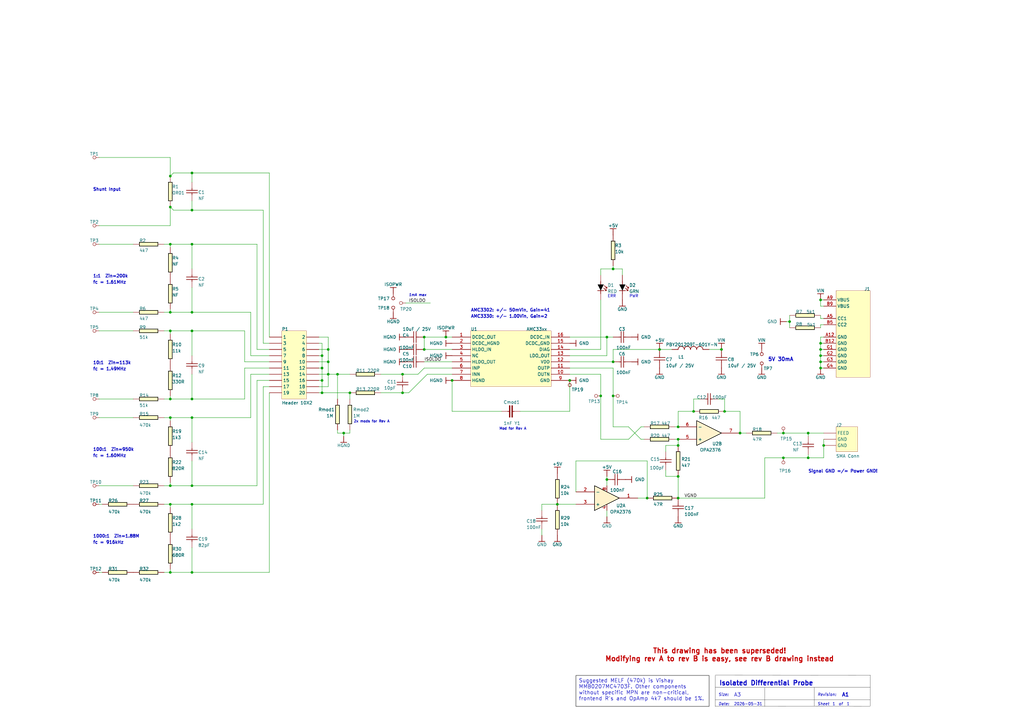
<source format=kicad_sch>
(kicad_sch (version 20250114) (generator "eeschema") (generator_version "9.0")
  (paper "A3")
  (title_block (title "Isolated Differential Probe") (rev "A"))
  (text "${##}" (at 347.218 289.56 0) (effects (font (size 1.143 1.143)) (justify left bottom)))
  (text "Date:" (at 294.64 289.56 0) (effects (font (size 1.143 1.143) (italic yes)) (justify left bottom)))
  (text "AMC3330: +/- 1.00Vin, Gain=2" (at 193.04 130.6322 0) (effects (font (size 1.27 1.27) (bold yes)) (justify left bottom)))
  (text "fc = 1.61MHz" (at 38.1 116.6622 0) (effects (font (size 1.27 1.27) (bold yes)) (justify left bottom)))
  (text "${CURRENT_DATE}" (at 300.99 289.56 0) (effects (font (size 1.143 1.143)) (justify left bottom)))
  (text "Sheet" (at 335.28 289.56 0) (effects (font (size 1.143 1.143) (italic yes)) (justify left bottom)))
  (text "5V 30mA" (at 314.96 148.4122 0) (effects (font (size 1.524 1.524) (bold yes)) (justify left bottom)))
  (text "A1" (at 345.186 286.004 0) (effects (font (size 1.524 1.524) (bold yes)) (justify left bottom)))
  (text "Size:" (at 294.64 285.75 0) (effects (font (size 1.143 1.143) (italic yes)) (justify left bottom)))
  (text "1000:1  Zin=1.88M" (at 38.1 220.8022 0) (effects (font (size 1.27 1.27) (bold yes)) (justify left bottom)))
  (text "fc = 1.49MHz" (at 38.1 152.2222 0) (effects (font (size 1.27 1.27) (bold yes)) (justify left bottom)))
  (text "A3" (at 300.99 286.004 0) (effects (font (size 1.524 1.524)) (justify left bottom)))
  (text "100:1  Zin=950k" (at 38.1 185.2422 0) (effects (font (size 1.27 1.27) (bold yes)) (justify left bottom)))
  (text "fc = 916kHz" (at 38.1 223.3422 0) (effects (font (size 1.27 1.27) (bold yes)) (justify left bottom)))
  (text "Mod for Rev A" (at 204.724 176.53 0) (effects (font (size 1.016 1.016) (bold yes)) (justify left bottom)))
  (text "fc = 1.60MHz" (at 38.1 187.7822 0) (effects (font (size 1.27 1.27) (bold yes)) (justify left bottom)))
  (text "This drawing has been superseded!\nModifying rev A to rev B is easy, see rev B drawing instead" (at 295.148 268.732 0) (effects (font (size 2.032 2.032) (thickness 0.4064) (bold yes))))
  (text "2x mods for Rev A" (at 145.034 173.5582 0) (effects (font (size 1.016 1.016) (bold yes)) (justify left bottom)))
  (text "10:1  Zin=113k" (at 38.1 149.6822 0) (effects (font (size 1.27 1.27) (bold yes)) (justify left bottom)))
  (text "Shunt Input" (at 38.1 78.5622 0) (effects (font (size 1.27 1.27) (bold yes)) (justify left bottom)))
  (text "Revision:" (at 335.28 285.75 0) (effects (font (size 1.143 1.143) (italic yes)) (justify left bottom)))
  (text "${#}" (at 341.376 289.56 0) (effects (font (size 1.143 1.143)) (justify left bottom)))
  (text "Signal GND =/= Power GND!" (at 331.47 194.1322 0) (effects (font (size 1.27 1.27) (bold yes)) (justify left bottom)))
  (text "PWR" (at 258.064 122.2502 0) (effects (font (size 1.143 1.143)) (justify left bottom)))
  (text "AMC3302: +/- 50mVin, Gain=41" (at 193.04 128.0922 0) (effects (font (size 1.27 1.27) (bold yes)) (justify left bottom)))
  (text "1:1  Zin=200k" (at 38.1 114.1222 0) (effects (font (size 1.27 1.27) (bold yes)) (justify left bottom)))
  (text "of" (at 343.916 289.56 0) (effects (font (size 1.143 1.143) (italic yes)) (justify left bottom)))
  (text "ERR" (at 249.174 122.2502 0) (effects (font (size 1.143 1.143)) (justify left bottom)))
  (text "${TITLE}" (at 294.894 281.432 0) (effects (font (size 1.905 1.905) (bold yes)) (justify left bottom)))
  (text "1mA max" (at 167.64 121.7422 0) (effects (font (size 1.016 1.016) (bold yes) (italic yes)) (justify left bottom)))
  (text_box "Suggested MELF (470k) is Vishay MMB0207MC4703F. Other components without specific MPN are non-critical, frontend R's and OpAmp 4k7 should be 1%." (at 236.22 277.0378 0) (size 54.61 12.7) (margins 1.143 1.143 1.143 1.143) (stroke (width 0) (color 0 0 0 1)) (effects (font (size 1.524 1.524)) (justify left top)))
  (junction (at 78.74 206.8322))
  (junction (at 78.74 163.6522))
  (junction (at 321.31 177.6222))
  (junction (at 69.85 163.6522))
  (junction (at 284.48 168.7322))
  (junction (at 69.85 135.7122))
  (junction (at 140.97 177.6222))
  (junction (at 182.88 138.2522))
  (junction (at 278.13 180.1622))
  (junction (at 246.38 162.3822))
  (junction (at 78.74 70.9422))
  (junction (at 69.85 100.1522))
  (junction (at 251.46 148.4122))
  (junction (at 78.74 171.2722))
  (junction (at 278.13 204.2922))
  (junction (at 132.08 145.8722))
  (junction (at 303.53 177.6222))
  (junction (at 336.55 143.3322))
  (junction (at 233.68 156.0322))
  (junction (at 173.99 138.2522))
  (junction (at 331.47 177.6222))
  (junction (at 228.6 206.8322))
  (junction (at 69.85 171.2722))
  (junction (at 331.47 187.7822))
  (junction (at 69.85 199.2122))
  (junction (at 185.42 156.0322))
  (junction (at 165.1 153.4922))
  (junction (at 323.85 131.9022))
  (junction (at 336.55 150.9522))
  (junction (at 78.74 128.0922))
  (junction (at 78.74 234.7722))
  (junction (at 278.13 195.4022))
  (junction (at 132.08 156.0322))
  (junction (at 336.55 148.4122))
  (junction (at 173.99 143.3322))
  (junction (at 134.62 143.3322))
  (junction (at 69.85 84.9122))
  (junction (at 336.55 145.8722))
  (junction (at 278.13 182.7022))
  (junction (at 78.74 135.7122))
  (junction (at 134.62 148.4122))
  (junction (at 78.74 86.1822))
  (junction (at 165.1 161.1122))
  (junction (at 143.51 161.1122))
  (junction (at 251.46 162.3822))
  (junction (at 295.91 143.3322))
  (junction (at 69.85 72.2122))
  (junction (at 78.74 199.2122))
  (junction (at 337.82 182.7022))
  (junction (at 336.55 123.0122))
  (junction (at 69.85 206.8322))
  (junction (at 248.92 196.6722))
  (junction (at 132.08 161.1122))
  (junction (at 265.43 204.2922))
  (junction (at 336.55 140.7922))
  (junction (at 69.85 234.7722))
  (junction (at 132.08 150.9522))
  (junction (at 69.85 128.0922))
  (junction (at 134.62 153.4922))
  (junction (at 78.74 100.1522))
  (junction (at 321.31 187.7822))
  (junction (at 297.18 168.7322))
  (junction (at 248.92 138.2522))
  (junction (at 251.46 110.3122))
  (junction (at 138.43 153.4922))
  (junction (at 278.13 175.0822))
  (junction (at 270.51 143.3322))
  (wire (pts (xy 78.74 74.7522) (xy 78.74 70.9422)))
  (wire (pts (xy 132.08 161.1122) (xy 130.81 161.1122)))
  (wire (pts (xy 303.53 168.7322) (xy 303.53 177.6222)))
  (wire (pts (xy 102.87 128.0922) (xy 102.87 145.8722)))
  (wire (pts (xy 105.41 143.3322) (xy 105.41 100.1522)))
  (wire (pts (xy 69.85 199.2122) (xy 69.85 197.9422)))
  (polyline (pts (xy 293.37 277.0378) (xy 293.37 289.7378)) (stroke (width 0.0254) (type solid) (color 0 0 0 1)))
  (wire (pts (xy 78.74 82.3722) (xy 78.74 86.1822)))
  (wire (pts (xy 54.61 163.6522) (xy 40.64 163.6522)))
  (wire (pts (xy 40.64 100.1522) (xy 54.61 100.1522)))
  (wire (pts (xy 337.82 138.2522) (xy 336.55 138.2522)))
  (wire (pts (xy 134.62 153.4922) (xy 130.81 153.4922)))
  (wire (pts (xy 246.38 180.1622) (xy 246.38 162.3822)))
  (wire (pts (xy 165.1 161.1122) (xy 156.21 161.1122)))
  (wire (pts (xy 337.82 123.0122) (xy 336.55 123.0122)))
  (wire (pts (xy 262.89 180.1622) (xy 257.81 175.0822)))
  (wire (pts (xy 134.62 153.4922) (xy 134.62 158.5722)))
  (wire (pts (xy 175.26 153.4922) (xy 167.64 161.1122)))
  (wire (pts (xy 138.43 176.3522) (xy 138.43 177.6222)))
  (wire (pts (xy 69.85 101.4222) (xy 69.85 100.1522)))
  (wire (pts (xy 336.55 130.6322) (xy 336.55 129.3622)))
  (wire (pts (xy 246.38 123.0122) (xy 246.38 143.3322)))
  (wire (pts (xy 185.42 150.9522) (xy 173.99 150.9522)))
  (wire (pts (xy 69.85 171.2722) (xy 78.74 171.2722)))
  (wire (pts (xy 105.41 100.1522) (xy 78.74 100.1522)))
  (wire (pts (xy 40.64 199.2122) (xy 54.61 199.2122)))
  (wire (pts (xy 323.85 129.3622) (xy 323.85 131.9022)))
  (wire (pts (xy 130.81 138.2522) (xy 134.62 138.2522)))
  (wire (pts (xy 248.92 138.2522) (xy 251.46 138.2522)))
  (wire (pts (xy 40.64 64.5922) (xy 69.85 64.5922)))
  (wire (pts (xy 297.18 163.6522) (xy 297.18 168.7322)))
  (wire (pts (xy 205.74 168.7322) (xy 185.42 168.7322)))
  (wire (pts (xy 337.82 148.4122) (xy 336.55 148.4122)))
  (wire (pts (xy 140.97 178.8922) (xy 140.97 177.6222)))
  (wire (pts (xy 222.25 206.8322) (xy 228.6 206.8322)))
  (wire (pts (xy 248.92 211.9122) (xy 248.92 209.3722)))
  (wire (pts (xy 236.22 189.0522) (xy 265.43 189.0522)))
  (wire (pts (xy 251.46 110.3122) (xy 246.38 110.3122)))
  (wire (pts (xy 40.64 135.7122) (xy 54.61 135.7122)))
  (wire (pts (xy 331.47 187.7822) (xy 321.31 187.7822)))
  (wire (pts (xy 110.49 140.7922) (xy 107.95 140.7922)))
  (wire (pts (xy 78.74 153.4922) (xy 78.74 163.6522)))
  (wire (pts (xy 130.81 140.7922) (xy 132.08 140.7922)))
  (wire (pts (xy 185.42 168.7322) (xy 185.42 156.0322)))
  (wire (pts (xy 222.25 219.5322) (xy 222.25 216.9922)))
  (wire (pts (xy 336.55 143.3322) (xy 337.82 143.3322)))
  (wire (pts (xy 323.85 131.9022) (xy 323.85 134.4422)))
  (wire (pts (xy 138.43 153.4922) (xy 134.62 153.4922)))
  (wire (pts (xy 278.13 204.2922) (xy 278.13 195.4022)))
  (wire (pts (xy 69.85 234.7722) (xy 67.31 234.7722)))
  (wire (pts (xy 273.05 185.2422) (xy 273.05 182.7022)))
  (wire (pts (xy 105.41 156.0322) (xy 105.41 199.2122)))
  (wire (pts (xy 337.82 182.7022) (xy 337.82 187.7822)))
  (wire (pts (xy 132.08 156.0322) (xy 132.08 161.1122)))
  (wire (pts (xy 67.31 171.2722) (xy 69.85 171.2722)))
  (wire (pts (xy 134.62 148.4122) (xy 130.81 148.4122)))
  (wire (pts (xy 78.74 70.9422) (xy 71.12 70.9422)))
  (wire (pts (xy 265.43 204.2922) (xy 261.62 204.2922)))
  (wire (pts (xy 262.89 175.0822) (xy 257.81 180.1622)))
  (wire (pts (xy 78.74 189.0522) (xy 78.74 199.2122)))
  (polyline (pts (xy 356.87 276.86) (xy 356.87 289.56)) (stroke (width 0.0254) (type solid) (color 0 0 0 1)))
  (wire (pts (xy 257.81 180.1622) (xy 246.38 180.1622)))
  (wire (pts (xy 182.88 138.2522) (xy 173.99 138.2522)))
  (wire (pts (xy 132.08 145.8722) (xy 132.08 150.9522)))
  (wire (pts (xy 337.82 180.1622) (xy 337.82 182.7022)))
  (wire (pts (xy 132.08 150.9522) (xy 130.81 150.9522)))
  (wire (pts (xy 67.31 135.7122) (xy 69.85 135.7122)))
  (wire (pts (xy 255.27 110.3122) (xy 251.46 110.3122)))
  (wire (pts (xy 69.85 135.7122) (xy 78.74 135.7122)))
  (wire (pts (xy 171.45 153.4922) (xy 165.1 153.4922)))
  (wire (pts (xy 264.16 180.1622) (xy 262.89 180.1622)))
  (wire (pts (xy 100.33 148.4122) (xy 100.33 135.7122)))
  (wire (pts (xy 337.82 187.7822) (xy 331.47 187.7822)))
  (wire (pts (xy 100.33 150.9522) (xy 110.49 150.9522)))
  (wire (pts (xy 69.85 199.2122) (xy 67.31 199.2122)))
  (wire (pts (xy 110.49 148.4122) (xy 100.33 148.4122)))
  (wire (pts (xy 69.85 128.0922) (xy 69.85 126.8222)))
  (wire (pts (xy 78.74 171.2722) (xy 78.74 181.4322)))
  (wire (pts (xy 273.05 192.8622) (xy 273.05 195.4022)))
  (wire (pts (xy 251.46 162.3822) (xy 251.46 150.9522)))
  (wire (pts (xy 69.85 92.5322) (xy 69.85 84.9122)))
  (wire (pts (xy 69.85 234.7722) (xy 69.85 233.5022)))
  (wire (pts (xy 102.87 171.2722) (xy 78.74 171.2722)))
  (wire (pts (xy 236.22 206.8322) (xy 228.6 206.8322)))
  (wire (pts (xy 40.64 171.2722) (xy 54.61 171.2722)))
  (wire (pts (xy 107.95 86.1822) (xy 78.74 86.1822)))
  (wire (pts (xy 132.08 140.7922) (xy 132.08 145.8722)))
  (wire (pts (xy 321.31 187.7822) (xy 313.69 187.7822)))
  (wire (pts (xy 78.74 206.8322) (xy 78.74 216.9922)))
  (wire (pts (xy 102.87 153.4922) (xy 102.87 171.2722)))
  (wire (pts (xy 69.85 64.5922) (xy 69.85 72.2122)))
  (wire (pts (xy 246.38 110.3122) (xy 246.38 112.8522)))
  (wire (pts (xy 278.13 180.1622) (xy 278.13 182.7022)))
  (wire (pts (xy 337.82 125.5522) (xy 336.55 125.5522)))
  (wire (pts (xy 40.64 234.7722) (xy 41.91 234.7722)))
  (polyline (pts (xy 293.37 281.94) (xy 356.87 281.94)) (stroke (width 0.0254) (type solid) (color 0 0 0 1)))
  (polyline (pts (xy 313.69 282.1178) (xy 313.69 289.7378)) (stroke (width 0.0254) (type solid) (color 0 0 0 1)))
  (wire (pts (xy 337.82 130.6322) (xy 336.55 130.6322)))
  (wire (pts (xy 110.49 153.4922) (xy 102.87 153.4922)))
  (wire (pts (xy 110.49 138.2522) (xy 110.49 70.9422)))
  (wire (pts (xy 143.51 153.4922) (xy 138.43 153.4922)))
  (wire (pts (xy 134.62 138.2522) (xy 134.62 143.3322)))
  (wire (pts (xy 248.92 199.2122) (xy 248.92 196.6722)))
  (wire (pts (xy 132.08 150.9522) (xy 132.08 156.0322)))
  (wire (pts (xy 233.68 168.7322) (xy 233.68 156.0322)))
  (wire (pts (xy 140.97 177.6222) (xy 143.51 177.6222)))
  (wire (pts (xy 331.47 186.5122) (xy 331.47 187.7822)))
  (wire (pts (xy 290.83 143.3322) (xy 295.91 143.3322)))
  (wire (pts (xy 132.08 156.0322) (xy 130.81 156.0322)))
  (wire (pts (xy 336.55 125.5522) (xy 336.55 123.0122)))
  (wire (pts (xy 251.46 143.3322) (xy 251.46 148.4122)))
  (wire (pts (xy 222.25 209.3722) (xy 222.25 206.8322)))
  (wire (pts (xy 138.43 163.6522) (xy 138.43 153.4922)))
  (wire (pts (xy 336.55 140.7922) (xy 336.55 143.3322)))
  (wire (pts (xy 337.82 140.7922) (xy 336.55 140.7922)))
  (wire (pts (xy 297.18 168.7322) (xy 303.53 168.7322)))
  (wire (pts (xy 251.46 175.0822) (xy 251.46 162.3822)))
  (wire (pts (xy 78.74 163.6522) (xy 100.33 163.6522)))
  (wire (pts (xy 132.08 145.8722) (xy 130.81 145.8722)))
  (wire (pts (xy 71.12 86.1822) (xy 69.85 84.9122)))
  (wire (pts (xy 40.64 92.5322) (xy 69.85 92.5322)))
  (wire (pts (xy 185.42 148.4122) (xy 173.99 148.4122)))
  (wire (pts (xy 69.85 100.1522) (xy 78.74 100.1522)))
  (wire (pts (xy 251.46 110.3122) (xy 251.46 109.0422)))
  (wire (pts (xy 78.74 199.2122) (xy 69.85 199.2122)))
  (wire (pts (xy 100.33 163.6522) (xy 100.33 150.9522)))
  (wire (pts (xy 270.51 143.3322) (xy 251.46 143.3322)))
  (wire (pts (xy 336.55 133.1722) (xy 336.55 134.4422)))
  (wire (pts (xy 105.41 199.2122) (xy 78.74 199.2122)))
  (wire (pts (xy 69.85 163.6522) (xy 69.85 162.3822)))
  (wire (pts (xy 134.62 143.3322) (xy 134.62 148.4122)))
  (wire (pts (xy 213.36 168.7322) (xy 233.68 168.7322)))
  (wire (pts (xy 331.47 178.8922) (xy 331.47 177.6222)))
  (wire (pts (xy 284.48 163.6522) (xy 284.48 168.7322)))
  (wire (pts (xy 78.74 224.6122) (xy 78.74 234.7722)))
  (wire (pts (xy 110.49 234.7722) (xy 110.49 161.1122)))
  (wire (pts (xy 69.85 163.6522) (xy 67.31 163.6522)))
  (wire (pts (xy 248.92 138.2522) (xy 248.92 145.8722)))
  (wire (pts (xy 336.55 145.8722) (xy 336.55 148.4122)))
  (wire (pts (xy 143.51 177.6222) (xy 143.51 176.3522)))
  (wire (pts (xy 54.61 128.0922) (xy 40.64 128.0922)))
  (wire (pts (xy 78.74 234.7722) (xy 110.49 234.7722)))
  (wire (pts (xy 107.95 206.8322) (xy 78.74 206.8322)))
  (wire (pts (xy 318.77 177.6222) (xy 321.31 177.6222)))
  (polyline (pts (xy 356.9453 276.916) (xy 293.37 276.86)) (stroke (width 0.0254) (type solid) (color 0 0 0 1)))
  (wire (pts (xy 313.69 204.2922) (xy 278.13 204.2922)))
  (wire (pts (xy 336.55 148.4122) (xy 336.55 150.9522)))
  (wire (pts (xy 173.99 143.3322) (xy 185.42 143.3322)))
  (wire (pts (xy 78.74 163.6522) (xy 69.85 163.6522)))
  (wire (pts (xy 313.69 187.7822) (xy 313.69 204.2922)))
  (wire (pts (xy 173.99 143.3322) (xy 173.99 138.2522)))
  (polyline (pts (xy 334.01 281.94) (xy 334.01 289.56)) (stroke (width 0.0254) (type solid) (color 0 0 0 1)))
  (wire (pts (xy 78.74 128.0922) (xy 102.87 128.0922)))
  (wire (pts (xy 67.31 206.8322) (xy 69.85 206.8322)))
  (wire (pts (xy 110.49 156.0322) (xy 105.41 156.0322)))
  (wire (pts (xy 134.62 143.3322) (xy 130.81 143.3322)))
  (wire (pts (xy 110.49 143.3322) (xy 105.41 143.3322)))
  (wire (pts (xy 336.55 138.2522) (xy 336.55 140.7922)))
  (wire (pts (xy 69.85 206.8322) (xy 78.74 206.8322)))
  (wire (pts (xy 67.31 100.1522) (xy 69.85 100.1522)))
  (wire (pts (xy 276.86 175.0822) (xy 278.13 175.0822)))
  (wire (pts (xy 275.59 143.3322) (xy 270.51 143.3322)))
  (wire (pts (xy 185.42 153.4922) (xy 175.26 153.4922)))
  (wire (pts (xy 107.95 140.7922) (xy 107.95 86.1822)))
  (wire (pts (xy 102.87 145.8722) (xy 110.49 145.8722)))
  (wire (pts (xy 110.49 158.5722) (xy 107.95 158.5722)))
  (wire (pts (xy 336.55 143.3322) (xy 336.55 145.8722)))
  (wire (pts (xy 303.53 177.6222) (xy 306.07 177.6222)))
  (wire (pts (xy 276.86 180.1622) (xy 278.13 180.1622)))
  (wire (pts (xy 78.74 100.1522) (xy 78.74 110.3122)))
  (wire (pts (xy 165.1 153.4922) (xy 156.21 153.4922)))
  (wire (pts (xy 143.51 161.1122) (xy 132.08 161.1122)))
  (wire (pts (xy 248.92 196.6722) (xy 248.92 195.4022)))
  (wire (pts (xy 69.85 136.9822) (xy 69.85 135.7122)))
  (wire (pts (xy 78.74 234.7722) (xy 69.85 234.7722)))
  (wire (pts (xy 41.91 206.8322) (xy 40.64 206.8322)))
  (wire (pts (xy 265.43 189.0522) (xy 265.43 204.2922)))
  (wire (pts (xy 78.74 117.9322) (xy 78.74 128.0922)))
  (wire (pts (xy 185.42 138.2522) (xy 182.88 138.2522)))
  (wire (pts (xy 337.82 150.9522) (xy 336.55 150.9522)))
  (wire (pts (xy 248.92 145.8722) (xy 233.68 145.8722)))
  (wire (pts (xy 78.74 135.7122) (xy 78.74 145.8722)))
  (wire (pts (xy 246.38 153.4922) (xy 233.68 153.4922)))
  (wire (pts (xy 69.85 172.5422) (xy 69.85 171.2722)))
  (wire (pts (xy 251.46 148.4122) (xy 233.68 148.4122)))
  (wire (pts (xy 273.05 195.4022) (xy 278.13 195.4022)))
  (wire (pts (xy 69.85 208.1022) (xy 69.85 206.8322)))
  (wire (pts (xy 323.85 131.9022) (xy 322.58 131.9022)))
  (wire (pts (xy 246.38 143.3322) (xy 233.68 143.3322)))
  (wire (pts (xy 246.38 162.3822) (xy 246.38 153.4922)))
  (wire (pts (xy 257.81 175.0822) (xy 251.46 175.0822)))
  (wire (pts (xy 78.74 128.0922) (xy 69.85 128.0922)))
  (wire (pts (xy 134.62 148.4122) (xy 134.62 153.4922)))
  (wire (pts (xy 278.13 175.0822) (xy 278.13 168.7322)))
  (wire (pts (xy 337.82 133.1722) (xy 336.55 133.1722)))
  (wire (pts (xy 264.16 175.0822) (xy 262.89 175.0822)))
  (wire (pts (xy 78.74 86.1822) (xy 71.12 86.1822)))
  (wire (pts (xy 134.62 158.5722) (xy 130.81 158.5722)))
  (wire (pts (xy 331.47 177.6222) (xy 337.82 177.6222)))
  (wire (pts (xy 273.05 182.7022) (xy 278.13 182.7022)))
  (wire (pts (xy 71.12 70.9422) (xy 69.85 72.2122)))
  (wire (pts (xy 248.92 138.2522) (xy 233.68 138.2522)))
  (wire (pts (xy 321.31 177.6222) (xy 331.47 177.6222)))
  (wire (pts (xy 138.43 177.6222) (xy 140.97 177.6222)))
  (wire (pts (xy 173.99 150.9522) (xy 171.45 153.4922)))
  (wire (pts (xy 287.02 163.6522) (xy 284.48 163.6522)))
  (wire (pts (xy 337.82 145.8722) (xy 336.55 145.8722)))
  (polyline (pts (xy 293.37 287.02) (xy 356.87 287.02)) (stroke (width 0.0254) (type solid) (color 0 0 0 1)))
  (wire (pts (xy 251.46 150.9522) (xy 233.68 150.9522)))
  (wire (pts (xy 69.85 128.0922) (xy 67.31 128.0922)))
  (wire (pts (xy 110.49 70.9422) (xy 78.74 70.9422)))
  (wire (pts (xy 143.51 163.6522) (xy 143.51 161.1122)))
  (wire (pts (xy 107.95 158.5722) (xy 107.95 206.8322)))
  (wire (pts (xy 166.37 124.2822) (xy 176.53 124.2822)))
  (wire (pts (xy 100.33 135.7122) (xy 78.74 135.7122)))
  (wire (pts (xy 167.64 161.1122) (xy 165.1 161.1122)))
  (wire (pts (xy 278.13 168.7322) (xy 284.48 168.7322)))
  (wire (pts (xy 255.27 112.8522) (xy 255.27 110.3122)))
  (polyline (pts (xy 356.87 289.7378) (xy 293.2947 289.6818)) (stroke (width 0.0254) (type solid) (color 0 0 0 1)))
  (wire (pts (xy 236.22 201.7522) (xy 236.22 189.0522)))
  (wire (pts (xy 294.64 163.6522) (xy 297.18 163.6522)))
  (label "ISOLDO" (at 173.99 148.4122 0))
  (label "ISOLDO" (at 167.64 124.2822 0))
  (label "VGND" (at 280.67 204.2922 0))
  (symbol (lib_id "IsoDiffProbe-altium-import:root_0_mirrored_CAP-STD-SM") (at 224.79 211.9122 0) (unit 1)
    (property "Reference" "C18" (at 215.9 214.4522 0) (effects (justify left bottom)))
    (property "Value" "100nF" (at 215.9 216.9922 0) (effects (justify left bottom)))
    (property "Footprint" "NixieClock_RevA.PcbLib:0603" (effects (hide yes)))
    (property "Description" "Capacitor - S/M" (effects (hide yes)))
  )
  (symbol (lib_id "IsoDiffProbe-altium-import:root_1_mirrored_CAP-STD-SM") (at 171.45 150.9522 0) (unit 1)
    (property "Reference" "C10" (at 165.1 150.9522 0) (effects (justify left bottom)))
    (property "Value" "100nF" (at 163.83 148.4122 0) (effects (justify left bottom)))
    (property "Footprint" "NixieClock_RevA.PcbLib:0603" (effects (hide yes)))
    (property "Description" "Capacitor - S/M" (effects (hide yes)))
  )
  (symbol (lib_id "IsoDiffProbe-altium-import:root_1_CAP-STD-TH") (at 208.28 171.2722 0) (unit 1)
    (property "Reference" "Cmod1" (at 206.502 165.6842 0) (effects (justify left bottom)))
    (property "Value" "1nF Y1" (at 206.502 174.3202 0) (effects (justify left bottom)))
    (property "Footprint" "RAD0.4Y1" (effects (hide yes)))
    (property "Description" "Capacitor - Through Hole" (effects (hide yes)))
  )
  (symbol (lib_id "IsoDiffProbe-altium-import:root_2_RES-SM") (at 274.32 182.7022 0) (unit 1)
    (property "Reference" "R20" (at 266.7 179.4002 0) (effects (justify left bottom)))
    (property "Value" "4k7" (at 271.272 179.4002 0) (effects (justify left bottom)))
    (property "Footprint" "NixieClock_RevA.PcbLib:0603" (effects (hide yes)))
    (property "Description" "Resistor - S/M" (effects (hide yes)))
  )
  (symbol (lib_id "IsoDiffProbe-altium-import:root_3_RES-SM") (at 72.39 210.6422 0) (unit 1)
    (property "Reference" "R28" (at 70.612 213.1822 0) (effects (justify left bottom)))
    (property "Value" "1k2" (at 70.612 215.7222 0) (effects (justify left bottom)))
    (property "Footprint" "NixieClock_RevA.PcbLib:0603" (effects (hide yes)))
    (property "Description" "Resistor - S/M" (effects (hide yes)))
  )
  (symbol (lib_id "IsoDiffProbe-altium-import:root_0_RES-SM") (at 57.15 125.5522 0) (unit 1)
    (property "Reference" "R6" (at 57.15 127.3302 0) (effects (justify left bottom)))
    (property "Value" "4k7" (at 57.15 131.3942 0) (effects (justify left bottom)))
    (property "Footprint" "NixieClock_RevA.PcbLib:1206" (effects (hide yes)))
    (property "Description" "Resistor - S/M" (effects (hide yes)))
  )
  (symbol (lib_id "IsoDiffProbe-altium-import:root_2_RES-SM") (at 153.67 156.0322 0) (unit 1)
    (property "Reference" "R11" (at 146.05 152.7302 0) (effects (justify left bottom)))
    (property "Value" "220R" (at 150.622 152.7302 0) (effects (justify left bottom)))
    (property "Footprint" "NixieClock_RevA.PcbLib:0603" (effects (hide yes)))
    (property "Description" "Resistor - S/M" (effects (hide yes)))
  )
  (symbol (lib_id "IsoDiffProbe-altium-import:root_0_TP") (at 38.1 128.0922 0) (unit 1)
    (property "Reference" "TP4" (at 36.83 127.3302 0) (effects (justify left bottom)))
    (property "Value" "Test Point" (effects (hide yes)))
    (property "Footprint" "TP" (effects (hide yes)))
    (property "Description" "Pad for Test Point" (effects (hide yes)))
  )
  (symbol (lib_id "IsoDiffProbe-altium-import:root_0_AMC330X") (at 209.55 147.1422 0) (unit 1)
    (property "Reference" "U1" (at 193.04 135.7122 0) (effects (justify left bottom)))
    (property "Value" "AMC33xx" (at 215.9 135.7122 0) (effects (justify left bottom)))
    (property "Footprint" "DW0016B" (effects (hide yes)))
    (property "Description" "Isolated differential analog sensor" (effects (hide yes)))
  )
  (symbol (lib_id "IsoDiffProbe-altium-import:+5V_BAR") (at 248.92 195.4022 180) (unit 1)
    (property "Reference" "#PWR?" (effects (hide yes)))
    (property "Value" "+5V" (at 248.92 191.5922 0))
  )
  (symbol (lib_id "IsoDiffProbe-altium-import:root_1_mirrored_CAP-STD-SM") (at 171.45 145.8722 0) (unit 1)
    (property "Reference" "C5" (at 165.1 145.8722 0) (effects (justify left bottom)))
    (property "Value" "100nF" (at 163.83 143.3322 0) (effects (justify left bottom)))
    (property "Footprint" "NixieClock_RevA.PcbLib:0603" (effects (hide yes)))
    (property "Description" "Capacitor - S/M" (effects (hide yes)))
  )
  (symbol (lib_id "IsoDiffProbe-altium-import:root_0_PBY201209T-601Y-N") (at 278.13 140.7922 0) (unit 1)
    (property "Reference" "L1" (at 278.13 147.1422 0) (effects (justify left bottom)))
    (property "Value" "PBY201209T-601Y-N" (at 273.05 142.0622 0) (effects (justify left bottom)))
    (property "Footprint" "0805_Rounded" (effects (hide yes)))
    (property "Description" "Ferrite Bead WE-CBF, Z = 600 Ohm" (effects (hide yes)))
  )
  (symbol (lib_id "IsoDiffProbe-altium-import:root_0_CAP-STD-SM") (at 76.2 219.5322 0) (unit 1)
    (property "Reference" "C19" (at 81.28 221.8182 0) (effects (justify left bottom)))
    (property "Value" "82pF" (at 81.28 224.3582 0) (effects (justify left bottom)))
    (property "Footprint" "NixieClock_RevA.PcbLib:0603" (effects (hide yes)))
    (property "Description" "Capacitor - S/M" (effects (hide yes)))
  )
  (symbol (lib_id "IsoDiffProbe-altium-import:root_0_mirrored_CAP-STD-SM") (at 334.01 181.4322 0) (unit 1)
    (property "Reference" "C13" (at 325.12 182.7022 0) (effects (justify left bottom)))
    (property "Value" "NF" (at 325.12 185.2422 0) (effects (justify left bottom)))
    (property "Footprint" "NixieClock_RevA.PcbLib:0603" (effects (hide yes)))
    (property "Description" "Capacitor - S/M" (effects (hide yes)))
  )
  (symbol (lib_id "IsoDiffProbe-altium-import:GND_BAR") (at 255.27 123.0122 0) (unit 1)
    (property "Reference" "#PWR?" (effects (hide yes)))
    (property "Value" "GND" (at 255.27 126.8222 0))
  )
  (symbol (lib_id "IsoDiffProbe-altium-import:root_0_CAP-STD-SM") (at 76.2 77.2922 0) (unit 1)
    (property "Reference" "C1" (at 81.28 79.5782 0) (effects (justify left bottom)))
    (property "Value" "NF" (at 81.28 82.1182 0) (effects (justify left bottom)))
    (property "Footprint" "NixieClock_RevA.PcbLib:0603" (effects (hide yes)))
    (property "Description" "Capacitor - S/M" (effects (hide yes)))
  )
  (symbol (lib_id "IsoDiffProbe-altium-import:root_1_mirrored_TP") (at 321.31 190.3222 0) (unit 1)
    (property "Reference" "TP16" (at 319.532 193.802 0) (effects (justify left bottom)))
    (property "Value" "Test Point" (effects (hide yes)))
    (property "Footprint" "TP" (effects (hide yes)))
    (property "Description" "Pad for Test Point" (effects (hide yes)))
  )
  (symbol (lib_id "IsoDiffProbe-altium-import:root_0_Header 10X2") (at 115.57 135.7122 0) (unit 1)
    (property "Reference" "P1" (at 115.57 135.7122 0) (effects (justify left bottom)))
    (property "Value" "Header 10X2" (at 115.57 165.9382 0) (effects (justify left bottom)))
    (property "Footprint" "IDC20" (effects (hide yes)))
    (property "Description" "Header, 10-Pin, Dual row" (effects (hide yes)))
  )
  (symbol (lib_id "IsoDiffProbe-altium-import:root_0_TP") (at 38.1 100.1522 0) (unit 1)
    (property "Reference" "TP3" (at 36.83 99.3902 0) (effects (justify left bottom)))
    (property "Value" "Test Point" (effects (hide yes)))
    (property "Footprint" "TP" (effects (hide yes)))
    (property "Description" "Pad for Test Point" (effects (hide yes)))
  )
  (symbol (lib_id "IsoDiffProbe-altium-import:root_0_SMA_SMD") (at 346.71 181.4322 0) (unit 1)
    (property "Reference" "J2" (at 342.9 175.0822 0) (effects (justify left bottom)))
    (property "Value" "SMA Conn" (at 342.9 187.7822 0) (effects (justify left bottom)))
    (property "Footprint" "SMA_SMD" (effects (hide yes)))
    (property "Description" "SMA connector, mid-mount" (effects (hide yes)))
  )
  (symbol (lib_id "IsoDiffProbe-altium-import:GND_BAR") (at 233.68 140.7922 90) (unit 1)
    (property "Reference" "#PWR?" (effects (hide yes)))
    (property "Value" "GND" (at 237.49 140.7922 90) (effects (justify right)))
  )
  (symbol (lib_id "IsoDiffProbe-altium-import:root_3_LED") (at 246.38 117.9322 0) (unit 1)
    (property "Reference" "D1" (at 249.174 117.6782 0) (effects (justify left bottom)))
    (property "Value" "RED" (at 249.174 120.2182 0) (effects (justify left bottom)))
    (property "Footprint" "LED-0603" (effects (hide yes)))
  )
  (symbol (lib_id "IsoDiffProbe-altium-import:root_3_TP") (at 321.31 175.0822 0) (unit 1)
    (property "Reference" "TP15" (at 320.04 180.6702 0) (effects (justify left bottom)))
    (property "Value" "Test Point" (effects (hide yes)))
    (property "Footprint" "TP" (effects (hide yes)))
    (property "Description" "Pad for Test Point" (effects (hide yes)))
  )
  (symbol (lib_id "IsoDiffProbe-altium-import:root_2_RES-SM") (at 275.59 206.8322 0) (unit 1)
    (property "Reference" "R25" (at 267.97 203.5302 0) (effects (justify left bottom)))
    (property "Value" "47R" (at 267.97 207.5942 0) (effects (justify left bottom)))
    (property "Footprint" "NixieClock_RevA.PcbLib:0603" (effects (hide yes)))
    (property "Description" "Resistor - S/M" (effects (hide yes)))
  )
  (symbol (lib_id "IsoDiffProbe-altium-import:VIN_BAR") (at 336.55 123.0122 180) (unit 1)
    (property "Reference" "#PWR?" (effects (hide yes)))
    (property "Value" "VIN" (at 336.55 119.2022 0))
  )
  (symbol (lib_id "IsoDiffProbe-altium-import:HGND_BAR") (at 166.37 148.4122 270) (unit 1)
    (property "Reference" "#PWR?" (effects (hide yes)))
    (property "Value" "HGND" (at 162.56 148.4122 90) (effects (justify right)))
  )
  (symbol (lib_id "IsoDiffProbe-altium-import:root_0_TP") (at 38.1 206.8322 0) (unit 1)
    (property "Reference" "TP11" (at 36.83 206.0702 0) (effects (justify left bottom)))
    (property "Value" "Test Point" (effects (hide yes)))
    (property "Footprint" "TP" (effects (hide yes)))
    (property "Description" "Pad for Test Point" (effects (hide yes)))
  )
  (symbol (lib_id "IsoDiffProbe-altium-import:root_2_mirrored_ResSMD") (at 44.45 237.3122 0) (unit 1)
    (property "Reference" "R31" (at 44.45 234.0102 0) (effects (justify left bottom)))
    (property "Value" "470k" (at 44.45 238.5822 0) (effects (justify left bottom)))
    (property "Footprint" "E General.PcbLib:MMB0207" (effects (hide yes)))
    (property "Description" "Resistor SMD" (effects (hide yes)))
  )
  (symbol (lib_id "IsoDiffProbe-altium-import:root_0_mirrored_CAP-STD-SM") (at 280.67 206.8322 0) (unit 1)
    (property "Reference" "C17" (at 280.67 209.1182 0) (effects (justify left bottom)))
    (property "Value" "100nF" (at 280.67 211.6582 0) (effects (justify left bottom)))
    (property "Footprint" "NixieClock_RevA.PcbLib:0603" (effects (hide yes)))
    (property "Description" "Capacitor - S/M" (effects (hide yes)))
  )
  (symbol (lib_id "IsoDiffProbe-altium-import:root_0_CAP-STD-SM") (at 76.2 183.9722 0) (unit 1)
    (property "Reference" "C14" (at 81.28 186.2582 0) (effects (justify left bottom)))
    (property "Value" "NF" (at 81.28 188.7982 0) (effects (justify left bottom)))
    (property "Footprint" "NixieClock_RevA.PcbLib:0603" (effects (hide yes)))
    (property "Description" "Capacitor - S/M" (effects (hide yes)))
  )
  (symbol (lib_id "IsoDiffProbe-altium-import:root_1_mirrored_CAP-STD-SM") (at 256.54 140.7922 0) (unit 1)
    (property "Reference" "C3" (at 253.746 135.7122 0) (effects (justify left bottom)))
    (property "Value" "100nF" (at 252.73 143.3322 0) (effects (justify left bottom)))
    (property "Footprint" "NixieClock_RevA.PcbLib:0603" (effects (hide yes)))
    (property "Description" "Capacitor - S/M" (effects (hide yes)))
  )
  (symbol (lib_id "IsoDiffProbe-altium-import:root_2_TP") (at 254 162.3822 0) (unit 1)
    (property "Reference" "TP14" (at 252.73 165.6842 0) (effects (justify left bottom)))
    (property "Value" "Test Point" (effects (hide yes)))
    (property "Footprint" "TP" (effects (hide yes)))
    (property "Description" "Pad for Test Point" (effects (hide yes)))
  )
  (symbol (lib_id "IsoDiffProbe-altium-import:root_3_RES-SM") (at 280.67 185.2422 0) (unit 1)
    (property "Reference" "R21" (at 279.4 189.0522 0) (effects (justify left bottom)))
    (property "Value" "4k7" (at 279.4 191.5922 0) (effects (justify left bottom)))
    (property "Footprint" "NixieClock_RevA.PcbLib:0603" (effects (hide yes)))
    (property "Description" "Resistor - S/M" (effects (hide yes)))
  )
  (symbol (lib_id "IsoDiffProbe-altium-import:GND_BAR") (at 248.92 211.9122 0) (unit 1)
    (property "Reference" "#PWR?" (effects (hide yes)))
    (property "Value" "GND" (at 248.92 215.7222 0))
  )
  (symbol (lib_id "IsoDiffProbe-altium-import:root_2_RES-SM") (at 153.67 163.6522 0) (unit 1)
    (property "Reference" "R13" (at 146.05 160.3502 0) (effects (justify left bottom)))
    (property "Value" "220R" (at 150.622 160.3502 0) (effects (justify left bottom)))
    (property "Footprint" "NixieClock_RevA.PcbLib:0603" (effects (hide yes)))
    (property "Description" "Resistor - S/M" (effects (hide yes)))
  )
  (symbol (lib_id "IsoDiffProbe-altium-import:root_3_RES-SM") (at 72.39 116.6622 0) (unit 1)
    (property "Reference" "R5" (at 70.612 119.2022 0) (effects (justify left bottom)))
    (property "Value" "NF" (at 70.612 121.7422 0) (effects (justify left bottom)))
    (property "Footprint" "NixieClock_RevA.PcbLib:0603" (effects (hide yes)))
    (property "Description" "Resistor - S/M" (effects (hide yes)))
  )
  (symbol (lib_id "IsoDiffProbe-altium-import:VIN_BAR") (at 295.91 143.3322 180) (unit 1)
    (property "Reference" "#PWR?" (effects (hide yes)))
    (property "Value" "VIN" (at 295.91 139.5222 0))
  )
  (symbol (lib_id "IsoDiffProbe-altium-import:VIN_BAR") (at 312.42 143.3322 180) (unit 1)
    (property "Reference" "#PWR?" (effects (hide yes)))
    (property "Value" "VIN" (at 312.42 139.5222 0))
  )
  (symbol (lib_id "IsoDiffProbe-altium-import:root_3_mirrored_CAP-STD-SM") (at 251.46 194.1322 0) (unit 1)
    (property "Reference" "C16" (at 251.206 194.1322 0) (effects (justify left bottom)))
    (property "Value" "100nF" (at 250.19 201.7522 0) (effects (justify left bottom)))
    (property "Footprint" "NixieClock_RevA.PcbLib:0603" (effects (hide yes)))
    (property "Description" "Capacitor - S/M" (effects (hide yes)))
  )
  (symbol (lib_id "IsoDiffProbe-altium-import:+5V_BAR") (at 270.51 143.3322 180) (unit 1)
    (property "Reference" "#PWR?" (effects (hide yes)))
    (property "Value" "+5V" (at 270.51 139.5222 0))
  )
  (symbol (lib_id "IsoDiffProbe-altium-import:+5V_BAR") (at 228.6 194.1322 180) (unit 1)
    (property "Reference" "#PWR?" (effects (hide yes)))
    (property "Value" "+5V" (at 228.6 190.3222 0))
  )
  (symbol (lib_id "IsoDiffProbe-altium-import:root_1_mirrored_CAP-STD-SM") (at 256.54 150.9522 0) (unit 1)
    (property "Reference" "C6" (at 253.746 145.8722 0) (effects (justify left bottom)))
    (property "Value" "100nF" (at 252.73 153.4922 0) (effects (justify left bottom)))
    (property "Footprint" "NixieClock_RevA.PcbLib:0603" (effects (hide yes)))
    (property "Description" "Capacitor - S/M" (effects (hide yes)))
  )
  (symbol (lib_id "IsoDiffProbe-altium-import:HGND_BAR") (at 185.42 140.7922 270) (unit 1)
    (property "Reference" "#PWR?" (effects (hide yes)))
    (property "Value" "HGND" (at 181.61 140.7922 90) (effects (justify right)))
  )
  (symbol (lib_id "IsoDiffProbe-altium-import:root_0_TP") (at 38.1 92.5322 0) (unit 1)
    (property "Reference" "TP2" (at 36.83 91.7702 0) (effects (justify left bottom)))
    (property "Value" "Test Point" (effects (hide yes)))
    (property "Footprint" "TP" (effects (hide yes)))
    (property "Description" "Pad for Test Point" (effects (hide yes)))
  )
  (symbol (lib_id "IsoDiffProbe-altium-import:HGND_BAR") (at 161.29 128.0922 0) (unit 1)
    (property "Reference" "#PWR?" (effects (hide yes)))
    (property "Value" "HGND" (at 161.29 131.9022 0))
  )
  (symbol (lib_id "IsoDiffProbe-altium-import:root_1_RES-SM") (at 248.92 106.5022 0) (unit 1)
    (property "Reference" "R3" (at 252.222 101.4222 0) (effects (justify left bottom)))
    (property "Value" "10k" (at 252.222 103.9622 0) (effects (justify left bottom)))
    (property "Footprint" "NixieClock_RevA.PcbLib:0603" (effects (hide yes)))
    (property "Description" "Resistor - S/M" (effects (hide yes)))
  )
  (symbol (lib_id "IsoDiffProbe-altium-import:root_1_mirrored_TP") (at 161.29 123.0122 0) (unit 1)
    (property "Reference" "TP17" (at 154.94 123.19 0) (effects (justify left bottom)))
    (property "Value" "Test Point" (effects (hide yes)))
    (property "Footprint" "TP" (effects (hide yes)))
    (property "Description" "Pad for Test Point" (effects (hide yes)))
  )
  (symbol (lib_id "IsoDiffProbe-altium-import:GND_BAR") (at 312.42 150.9522 0) (unit 1)
    (property "Reference" "#PWR?" (effects (hide yes)))
    (property "Value" "GND" (at 312.42 154.7622 0))
  )
  (symbol (lib_id "IsoDiffProbe-altium-import:root_0_TP") (at 38.1 199.2122 0) (unit 1)
    (property "Reference" "TP10" (at 36.83 198.4502 0) (effects (justify left bottom)))
    (property "Value" "Test Point" (effects (hide yes)))
    (property "Footprint" "TP" (effects (hide yes)))
    (property "Description" "Pad for Test Point" (effects (hide yes)))
  )
  (symbol (lib_id "IsoDiffProbe-altium-import:root_1_mirrored_TP") (at 233.68 158.5722 0) (unit 1)
    (property "Reference" "TP19" (at 234.442 160.528 0) (effects (justify left bottom)))
    (property "Value" "Test Point" (effects (hide yes)))
    (property "Footprint" "TP" (effects (hide yes)))
    (property "Description" "Pad for Test Point" (effects (hide yes)))
  )
  (symbol (lib_id "IsoDiffProbe-altium-import:GND_BAR") (at 222.25 219.5322 0) (unit 1)
    (property "Reference" "#PWR?" (effects (hide yes)))
    (property "Value" "GND" (at 222.25 223.3422 0))
  )
  (symbol (lib_id "IsoDiffProbe-altium-import:root_0_RES-SM") (at 57.15 161.1122 0) (unit 1)
    (property "Reference" "R14" (at 57.15 162.8902 0) (effects (justify left bottom)))
    (property "Value" "51k" (at 57.15 166.9542 0) (effects (justify left bottom)))
    (property "Footprint" "NixieClock_RevA.PcbLib:1206" (effects (hide yes)))
    (property "Description" "Resistor - S/M" (effects (hide yes)))
  )
  (symbol (lib_id "IsoDiffProbe-altium-import:root_2_mirrored_ResSMD") (at 57.15 173.8122 0) (unit 1)
    (property "Reference" "R15" (at 57.15 170.5102 0) (effects (justify left bottom)))
    (property "Value" "470k" (at 57.15 175.0822 0) (effects (justify left bottom)))
    (property "Footprint" "E General.PcbLib:MMB0207" (effects (hide yes)))
    (property "Description" "Resistor SMD" (effects (hide yes)))
  )
  (symbol (lib_id "IsoDiffProbe-altium-import:GND_BAR") (at 228.6 219.5322 0) (unit 1)
    (property "Reference" "#PWR?" (effects (hide yes)))
    (property "Value" "GND" (at 228.6 223.3422 0))
  )
  (symbol (lib_id "IsoDiffProbe-altium-import:GND_BAR") (at 336.55 150.9522 0) (unit 1)
    (property "Reference" "#PWR?" (effects (hide yes)))
    (property "Value" "GND" (at 336.55 154.7622 0))
  )
  (symbol (lib_id "IsoDiffProbe-altium-import:root_1_TP") (at 312.42 145.8722 0) (unit 1)
    (property "Reference" "TP6" (at 307.594 146.05 0) (effects (justify left bottom)))
    (property "Value" "Test Point" (effects (hide yes)))
    (property "Footprint" "TP" (effects (hide yes)))
    (property "Description" "Pad for Test Point" (effects (hide yes)))
  )
  (symbol (lib_id "IsoDiffProbe-altium-import:HGND_BAR") (at 166.37 138.2522 270) (unit 1)
    (property "Reference" "#PWR?" (effects (hide yes)))
    (property "Value" "HGND" (at 162.56 138.2522 90) (effects (justify right)))
  )
  (symbol (lib_id "IsoDiffProbe-altium-import:root_0_CAP-STD-SM") (at 267.97 145.8722 0) (unit 1)
    (property "Reference" "C7" (at 273.05 148.1582 0) (effects (justify left bottom)))
    (property "Value" "10uF / 25V" (at 273.05 150.6982 0) (effects (justify left bottom)))
    (property "Footprint" "0805_cap_Rounded" (effects (hide yes)))
    (property "Description" "Capacitor - S/M" (effects (hide yes)))
  )
  (symbol (lib_id "IsoDiffProbe-altium-import:+5V_BAR") (at 251.46 96.3422 180) (unit 1)
    (property "Reference" "#PWR?" (effects (hide yes)))
    (property "Value" "+5V" (at 251.46 92.5322 0))
  )
  (symbol (lib_id "IsoDiffProbe-altium-import:root_2_mirrored_ResSMD") (at 57.15 201.7522 0) (unit 1)
    (property "Reference" "R23" (at 57.15 198.4502 0) (effects (justify left bottom)))
    (property "Value" "470k" (at 57.15 203.0222 0) (effects (justify left bottom)))
    (property "Footprint" "E General.PcbLib:MMB0207" (effects (hide yes)))
    (property "Description" "Resistor SMD" (effects (hide yes)))
  )
  (symbol (lib_id "IsoDiffProbe-altium-import:root_3_mirrored_TP") (at 161.29 125.5522 0) (unit 1)
    (property "Reference" "TP18" (at 154.94 127 0) (effects (justify left bottom)))
    (property "Value" "Test Point" (effects (hide yes)))
    (property "Footprint" "TP" (effects (hide yes)))
    (property "Description" "Pad for Test Point" (effects (hide yes)))
  )
  (symbol (lib_id "IsoDiffProbe-altium-import:GND_BAR") (at 278.13 211.9122 0) (unit 1)
    (property "Reference" "#PWR?" (effects (hide yes)))
    (property "Value" "GND" (at 278.13 215.7222 0))
  )
  (symbol (lib_id "IsoDiffProbe-altium-import:root_2_RES-SM") (at 316.23 180.1622 0) (unit 1)
    (property "Reference" "R18" (at 308.61 176.8602 0) (effects (justify left bottom)))
    (property "Value" "47R" (at 308.61 180.9242 0) (effects (justify left bottom)))
    (property "Footprint" "NixieClock_RevA.PcbLib:0603" (effects (hide yes)))
    (property "Description" "Resistor - S/M" (effects (hide yes)))
  )
  (symbol (lib_id "IsoDiffProbe-altium-import:root_3_RES-SM") (at 72.39 139.5222 0) (unit 1)
    (property "Reference" "R10" (at 70.612 142.0622 0) (effects (justify left bottom)))
    (property "Value" "11k" (at 70.612 144.6022 0) (effects (justify left bottom)))
    (property "Footprint" "NixieClock_RevA.PcbLib:0603" (effects (hide yes)))
    (property "Description" "Resistor - S/M" (effects (hide yes)))
  )
  (symbol (lib_id "IsoDiffProbe-altium-import:root_0_TP") (at 38.1 171.2722 0) (unit 1)
    (property "Reference" "TP9" (at 36.83 170.5102 0) (effects (justify left bottom)))
    (property "Value" "Test Point" (effects (hide yes)))
    (property "Footprint" "TP" (effects (hide yes)))
    (property "Description" "Pad for Test Point" (effects (hide yes)))
  )
  (symbol (lib_id "IsoDiffProbe-altium-import:root_3_RES-SM") (at 231.14 196.6722 0) (unit 1)
    (property "Reference" "R24" (at 229.87 200.4822 0) (effects (justify left bottom)))
    (property "Value" "10k" (at 229.87 203.0222 0) (effects (justify left bottom)))
    (property "Footprint" "NixieClock_RevA.PcbLib:0603" (effects (hide yes)))
    (property "Description" "Resistor - S/M" (effects (hide yes)))
  )
  (symbol (lib_id "IsoDiffProbe-altium-import:GND_BAR") (at 295.91 150.9522 0) (unit 1)
    (property "Reference" "#PWR?" (effects (hide yes)))
    (property "Value" "GND" (at 295.91 154.7622 0))
  )
  (symbol (lib_id "IsoDiffProbe-altium-import:root_3_TP") (at 312.42 148.4122 0) (unit 1)
    (property "Reference" "TP7" (at 313.182 151.892 0) (effects (justify left bottom)))
    (property "Value" "Test Point" (effects (hide yes)))
    (property "Footprint" "TP" (effects (hide yes)))
    (property "Description" "Pad for Test Point" (effects (hide yes)))
  )
  (symbol (lib_id "IsoDiffProbe-altium-import:root_2_mirrored_TP") (at 163.83 124.2822 0) (unit 1)
    (property "Reference" "TP20" (at 164.084 127.508 0) (effects (justify left bottom)))
    (property "Value" "Test Point" (effects (hide yes)))
    (property "Footprint" "TP" (effects (hide yes)))
    (property "Description" "Pad for Test Point" (effects (hide yes)))
  )
  (symbol (lib_id "IsoDiffProbe-altium-import:root_0_ResSMD") (at 326.39 131.9022 0) (unit 1)
    (property "Reference" "R8" (at 326.39 133.6802 0) (effects (justify left bottom)))
    (property "Value" "5k1" (at 330.962 133.9342 0) (effects (justify left bottom)))
    (property "Footprint" "NixieClock_RevA.PcbLib:0603" (effects (hide yes)))
    (property "Description" "Resistor SMD" (effects (hide yes)))
  )
  (symbol (lib_id "IsoDiffProbe-altium-import:root_2_mirrored_TP") (at 243.84 162.3822 0) (unit 1)
    (property "Reference" "TP13" (at 241.3 165.354 0) (effects (justify left bottom)))
    (property "Value" "Test Point" (effects (hide yes)))
    (property "Footprint" "TP" (effects (hide yes)))
    (property "Description" "Pad for Test Point" (effects (hide yes)))
  )
  (symbol (lib_id "IsoDiffProbe-altium-import:root_3_RES-SM") (at 72.39 152.2222 0) (unit 1)
    (property "Reference" "R12" (at 70.612 154.7622 0) (effects (justify left bottom)))
    (property "Value" "330R" (at 70.612 157.3022 0) (effects (justify left bottom)))
    (property "Footprint" "NixieClock_RevA.PcbLib:0603" (effects (hide yes)))
    (property "Description" "Resistor - S/M" (effects (hide yes)))
  )
  (symbol (lib_id "IsoDiffProbe-altium-import:HGND_BAR") (at 140.97 178.8922 0) (unit 1)
    (property "Reference" "#PWR?" (effects (hide yes)))
    (property "Value" "HGND" (at 140.97 182.7022 0))
  )
  (symbol (lib_id "IsoDiffProbe-altium-import:root_0_TP") (at 38.1 135.7122 0) (unit 1)
    (property "Reference" "TP5" (at 36.83 134.9502 0) (effects (justify left bottom)))
    (property "Value" "Test Point" (effects (hide yes)))
    (property "Footprint" "TP" (effects (hide yes)))
    (property "Description" "Pad for Test Point" (effects (hide yes)))
  )
  (symbol (lib_id "IsoDiffProbe-altium-import:root_3_RES-SM") (at 72.39 223.3422 0) (unit 1)
    (property "Reference" "R30" (at 70.612 225.8822 0) (effects (justify left bottom)))
    (property "Value" "680R" (at 70.612 228.4222 0) (effects (justify left bottom)))
    (property "Footprint" "NixieClock_RevA.PcbLib:0603" (effects (hide yes)))
    (property "Description" "Resistor - S/M" (effects (hide yes)))
  )
  (symbol (lib_id "IsoDiffProbe-altium-import:root_0_TP") (at 38.1 234.7722 0) (unit 1)
    (property "Reference" "TP12" (at 36.83 234.0102 0) (effects (justify left bottom)))
    (property "Value" "Test Point" (effects (hide yes)))
    (property "Footprint" "TP" (effects (hide yes)))
    (property "Description" "Pad for Test Point" (effects (hide yes)))
  )
  (symbol (lib_id "IsoDiffProbe-altium-import:root_0_RES-SM") (at 57.15 133.1722 0) (unit 1)
    (property "Reference" "R9" (at 57.15 134.9502 0) (effects (justify left bottom)))
    (property "Value" "51k" (at 57.15 139.0142 0) (effects (justify left bottom)))
    (property "Footprint" "NixieClock_RevA.PcbLib:1206" (effects (hide yes)))
    (property "Description" "Resistor - S/M" (effects (hide yes)))
  )
  (symbol (lib_id "IsoDiffProbe-altium-import:root_0_TP") (at 38.1 163.6522 0) (unit 1)
    (property "Reference" "TP8" (at 36.83 162.8902 0) (effects (justify left bottom)))
    (property "Value" "Test Point" (effects (hide yes)))
    (property "Footprint" "TP" (effects (hide yes)))
    (property "Description" "Pad for Test Point" (effects (hide yes)))
  )
  (symbol (lib_id "IsoDiffProbe-altium-import:root_3_RES-SM") (at 140.97 166.1922 0) (unit 1)
    (property "Reference" "Rmod1" (at 130.556 168.7322 0) (effects (justify left bottom)))
    (property "Value" "1M" (at 133.858 171.2722 0) (effects (justify left bottom)))
    (property "Footprint" "NixieClock_RevA.PcbLib:0603" (effects (hide yes)))
    (property "Description" "Resistor - S/M" (effects (hide yes)))
  )
  (symbol (lib_id "IsoDiffProbe-altium-import:GND_BAR") (at 322.58 131.9022 270) (unit 1)
    (property "Reference" "#PWR?" (effects (hide yes)))
    (property "Value" "GND" (at 318.77 131.9022 90) (effects (justify right)))
  )
  (symbol (lib_id "IsoDiffProbe-altium-import:root_0_mirrored_USB-C_6pin") (at 350.52 136.9822 0) (unit 1)
    (property "Reference" "J1" (at 356.87 119.2022 0) (effects (justify right bottom)))
    (property "Value" "USB C 6-Pin" (effects (hide yes)))
    (property "Footprint" "USB-C_6pin_Conn" (effects (hide yes)))
    (property "Description" "USB Type C Receptacle Power Only (6 pin)" (effects (hide yes)))
  )
  (symbol (lib_id "IsoDiffProbe-altium-import:root_3_RES-SM") (at 72.39 187.7822 0) (unit 1)
    (property "Reference" "R22" (at 70.612 190.3222 0) (effects (justify left bottom)))
    (property "Value" "820R" (at 70.612 192.8622 0) (effects (justify left bottom)))
    (property "Footprint" "NixieClock_RevA.PcbLib:0603" (effects (hide yes)))
    (property "Description" "Resistor - S/M" (effects (hide yes)))
  )
  (symbol (lib_id "IsoDiffProbe-altium-import:root_3_LED") (at 255.27 117.9322 0) (unit 1)
    (property "Reference" "D2" (at 258.064 117.6782 0) (effects (justify left bottom)))
    (property "Value" "GRN" (at 258.064 120.2182 0) (effects (justify left bottom)))
    (property "Footprint" "LED-0603" (effects (hide yes)))
  )
  (symbol (lib_id "IsoDiffProbe-altium-import:HGND_BAR") (at 185.42 156.0322 270) (unit 1)
    (property "Reference" "#PWR?" (effects (hide yes)))
    (property "Value" "HGND" (at 181.61 156.0322 90) (effects (justify right)))
  )
  (symbol (lib_id "IsoDiffProbe-altium-import:root_1_CAP-STD-SM") (at 168.91 140.7922 0) (unit 1)
    (property "Reference" "C4" (at 165.1 138.2522 0) (effects (justify left bottom)))
    (property "Value" "10uF / 25V" (at 165.1 135.7122 0) (effects (justify left bottom)))
    (property "Footprint" "0805_cap_Rounded" (effects (hide yes)))
    (property "Description" "Capacitor - S/M" (effects (hide yes)))
  )
  (symbol (lib_id "IsoDiffProbe-altium-import:root_0_CAP-STD-SM") (at 76.2 112.8522 0) (unit 1)
    (property "Reference" "C2" (at 81.28 115.1382 0) (effects (justify left bottom)))
    (property "Value" "NF" (at 81.28 117.6782 0) (effects (justify left bottom)))
    (property "Footprint" "NixieClock_RevA.PcbLib:0603" (effects (hide yes)))
    (property "Description" "Capacitor - S/M" (effects (hide yes)))
  )
  (symbol (lib_id "IsoDiffProbe-altium-import:root_2_mirrored_ResSMD") (at 44.45 209.3722 0) (unit 1)
    (property "Reference" "R26" (at 44.45 206.0702 0) (effects (justify left bottom)))
    (property "Value" "470k" (at 44.45 210.6422 0) (effects (justify left bottom)))
    (property "Footprint" "E General.PcbLib:MMB0207" (effects (hide yes)))
    (property "Description" "Resistor SMD" (effects (hide yes)))
  )
  (symbol (lib_id "IsoDiffProbe-altium-import:HGND_BAR") (at 185.42 145.8722 270) (unit 1)
    (property "Reference" "#PWR?" (effects (hide yes)))
    (property "Value" "HGND" (at 181.61 145.8722 90) (effects (justify right)))
  )
  (symbol (lib_id "IsoDiffProbe-altium-import:GND_BAR") (at 259.08 148.4122 90) (unit 1)
    (property "Reference" "#PWR?" (effects (hide yes)))
    (property "Value" "GND" (at 262.89 148.4122 90) (effects (justify right)))
  )
  (symbol (lib_id "IsoDiffProbe-altium-import:ISOPWR_BAR") (at 182.88 138.2522 180) (unit 1)
    (property "Reference" "#PWR?" (effects (hide yes)))
    (property "Value" "ISOPWR" (at 182.88 134.4422 0))
  )
  (symbol (lib_id "IsoDiffProbe-altium-import:root_3_RES-SM") (at 72.39 103.9622 0) (unit 1)
    (property "Reference" "R4" (at 70.612 106.5022 0) (effects (justify left bottom)))
    (property "Value" "NF" (at 70.612 109.0422 0) (effects (justify left bottom)))
    (property "Footprint" "NixieClock_RevA.PcbLib:0603" (effects (hide yes)))
    (property "Description" "Resistor - S/M" (effects (hide yes)))
  )
  (symbol (lib_id "IsoDiffProbe-altium-import:GND_BAR") (at 233.68 156.0322 90) (unit 1)
    (property "Reference" "#PWR?" (effects (hide yes)))
    (property "Value" "GND" (at 237.49 156.0322 90) (effects (justify right)))
  )
  (symbol (lib_id "IsoDiffProbe-altium-import:root_0_RES-SM") (at 57.15 97.6122 0) (unit 1)
    (property "Reference" "R2" (at 57.15 99.3902 0) (effects (justify left bottom)))
    (property "Value" "4k7" (at 57.15 103.4542 0) (effects (justify left bottom)))
    (property "Footprint" "NixieClock_RevA.PcbLib:1206" (effects (hide yes)))
    (property "Description" "Resistor - S/M" (effects (hide yes)))
  )
  (symbol (lib_id "IsoDiffProbe-altium-import:root_3_mirrored_CAP-STD-SM") (at 289.56 161.1122 0) (unit 1)
    (property "Reference" "C12" (at 285.75 163.6522 0) (effects (justify left bottom)))
    (property "Value" "100pF" (at 292.1 163.6522 0) (effects (justify left bottom)))
    (property "Footprint" "NixieClock_RevA.PcbLib:0603" (effects (hide yes)))
    (property "Description" "Capacitor - S/M" (effects (hide yes)))
  )
  (symbol (lib_id "IsoDiffProbe-altium-import:root_2_mirrored_ResSMD") (at 57.15 237.3122 0) (unit 1)
    (property "Reference" "R32" (at 57.15 234.0102 0) (effects (justify left bottom)))
    (property "Value" "470k" (at 57.15 238.5822 0) (effects (justify left bottom)))
    (property "Footprint" "E General.PcbLib:MMB0207" (effects (hide yes)))
    (property "Description" "Resistor SMD" (effects (hide yes)))
  )
  (symbol (lib_id "IsoDiffProbe-altium-import:root_3_RES-SM") (at 72.39 175.0822 0) (unit 1)
    (property "Reference" "R19" (at 70.612 177.6222 0) (effects (justify left bottom)))
    (property "Value" "1k3" (at 70.612 180.1622 0) (effects (justify left bottom)))
    (property "Footprint" "NixieClock_RevA.PcbLib:0603" (effects (hide yes)))
    (property "Description" "Resistor - S/M" (effects (hide yes)))
  )
  (symbol (lib_id "IsoDiffProbe-altium-import:HGND_BAR") (at 166.37 143.3322 270) (unit 1)
    (property "Reference" "#PWR?" (effects (hide yes)))
    (property "Value" "HGND" (at 162.56 143.3322 90) (effects (justify right)))
  )
  (symbol (lib_id "IsoDiffProbe-altium-import:GND_BAR") (at 270.51 150.9522 0) (unit 1)
    (property "Reference" "#PWR?" (effects (hide yes)))
    (property "Value" "GND" (at 270.51 154.7622 0))
  )
  (symbol (lib_id "IsoDiffProbe-altium-import:root_1_RES-SM") (at 67.31 82.3722 0) (unit 1)
    (property "Reference" "R1" (at 70.612 77.2922 0) (effects (justify left bottom)))
    (property "Value" "0R01" (at 70.612 79.8322 0) (effects (justify left bottom)))
    (property "Footprint" "NixieClock_RevA.PcbLib:1206" (effects (hide yes)))
    (property "Description" "Resistor - S/M" (effects (hide yes)))
  )
  (symbol (lib_id "IsoDiffProbe-altium-import:root_0_mirrored_CAP-STD-SM") (at 167.64 156.0322 0) (unit 1)
    (property "Reference" "C11" (at 158.75 157.3022 0) (effects (justify left bottom)))
    (property "Value" "10pF" (at 157.48 159.8422 0) (effects (justify left bottom)))
    (property "Footprint" "NixieClock_RevA.PcbLib:0603" (effects (hide yes)))
    (property "Description" "Capacitor - S/M" (effects (hide yes)))
  )
  (symbol (lib_id "IsoDiffProbe-altium-import:root_3_RES-SM") (at 146.05 166.1922 0) (unit 1)
    (property "Reference" "Rmod2" (at 144.78 168.7322 0) (effects (justify left bottom)))
    (property "Value" "1M" (at 144.78 171.2722 0) (effects (justify left bottom)))
    (property "Footprint" "NixieClock_RevA.PcbLib:0603" (effects (hide yes)))
    (property "Description" "Resistor - S/M" (effects (hide yes)))
  )
  (symbol (lib_id "IsoDiffProbe-altium-import:root_0_CAP-STD-SM") (at 293.37 145.8722 0) (unit 1)
    (property "Reference" "C8" (at 298.45 148.1582 0) (effects (justify left bottom)))
    (property "Value" "10uF / 25V" (at 298.45 150.6982 0) (effects (justify left bottom)))
    (property "Footprint" "0805_cap_Rounded" (effects (hide yes)))
    (property "Description" "Capacitor - S/M" (effects (hide yes)))
  )
  (symbol (lib_id "IsoDiffProbe-altium-import:GND_BAR") (at 256.54 196.6722 90) (unit 1)
    (property "Reference" "#PWR?" (effects (hide yes)))
    (property "Value" "GND" (at 260.35 196.6722 90) (effects (justify right)))
  )
  (symbol (lib_id "IsoDiffProbe-altium-import:root_0_mirrored_CAP-STD-SM") (at 275.59 187.7822 0) (unit 1)
    (property "Reference" "C15" (at 266.7 189.0522 0) (effects (justify left bottom)))
    (property "Value" "100pF" (at 266.446 192.6082 0) (effects (justify left bottom)))
    (property "Footprint" "NixieClock_RevA.PcbLib:0603" (effects (hide yes)))
    (property "Description" "Capacitor - S/M" (effects (hide yes)))
  )
  (symbol (lib_id "IsoDiffProbe-altium-import:root_2_mirrored_ResSMD") (at 57.15 209.3722 0) (unit 1)
    (property "Reference" "R27" (at 57.15 206.0702 0) (effects (justify left bottom)))
    (property "Value" "470k" (at 57.15 210.6422 0) (effects (justify left bottom)))
    (property "Footprint" "E General.PcbLib:MMB0207" (effects (hide yes)))
    (property "Description" "Resistor SMD" (effects (hide yes)))
  )
  (symbol (lib_id "IsoDiffProbe-altium-import:root_0_TLC272ID") (at 251.46 204.2922 0) (unit 1)
    (property "Reference" "U2" (at 252.73 208.1022 0) (effects (justify left bottom)))
    (property "Value" "OPA2376" (at 250.19 210.6422 0) (effects (justify left bottom)))
    (property "Footprint" "SO-8" (effects (hide yes)))
    (property "Description" "PRECISION DUAL OPERATIONAL AMPLIFIER" (effects (hide yes)))
  )
  (symbol (lib_id "IsoDiffProbe-altium-import:root_3_RES-SM") (at 231.14 209.3722 0) (unit 1)
    (property "Reference" "R29" (at 229.87 213.1822 0) (effects (justify left bottom)))
    (property "Value" "10k" (at 229.87 215.7222 0) (effects (justify left bottom)))
    (property "Footprint" "NixieClock_RevA.PcbLib:0603" (effects (hide yes)))
    (property "Description" "Resistor - S/M" (effects (hide yes)))
  )
  (symbol (lib_id "IsoDiffProbe-altium-import:root_2_mirrored_TLC272ID") (at 293.37 177.6222 0) (unit 2)
    (property "Reference" "U2" (at 292.1 182.7022 0) (effects (justify left bottom)))
    (property "Value" "OPA2376" (at 287.02 185.2422 0) (effects (justify left bottom)))
    (property "Footprint" "SOIC-8" (effects (hide yes)))
    (property "Description" "PRECISION DUAL OPERATIONAL AMPLIFIER" (effects (hide yes)))
  )
  (symbol (lib_id "IsoDiffProbe-altium-import:root_2_RES-SM") (at 274.32 177.6222 0) (unit 1)
    (property "Reference" "R17" (at 266.7 174.3202 0) (effects (justify left bottom)))
    (property "Value" "4k7" (at 271.272 174.3202 0) (effects (justify left bottom)))
    (property "Footprint" "NixieClock_RevA.PcbLib:0603" (effects (hide yes)))
    (property "Description" "Resistor - S/M" (effects (hide yes)))
  )
  (symbol (lib_id "IsoDiffProbe-altium-import:root_0_CAP-STD-SM") (at 76.2 148.4122 0) (unit 1)
    (property "Reference" "C9" (at 81.28 150.6982 0) (effects (justify left bottom)))
    (property "Value" "NF" (at 81.28 153.2382 0) (effects (justify left bottom)))
    (property "Footprint" "NixieClock_RevA.PcbLib:0603" (effects (hide yes)))
    (property "Description" "Capacitor - S/M" (effects (hide yes)))
  )
  (symbol (lib_id "IsoDiffProbe-altium-import:ISOPWR_BAR") (at 161.29 120.4722 180) (unit 1)
    (property "Reference" "#PWR?" (effects (hide yes)))
    (property "Value" "ISOPWR" (at 161.29 116.6622 0))
  )
  (symbol (lib_id "IsoDiffProbe-altium-import:root_0_ResSMD") (at 326.39 126.8222 0) (unit 1)
    (property "Reference" "R7" (at 326.39 128.6002 0) (effects (justify left bottom)))
    (property "Value" "5k1" (at 330.708 128.6002 0) (effects (justify left bottom)))
    (property "Footprint" "NixieClock_RevA.PcbLib:0603" (effects (hide yes)))
    (property "Description" "Resistor SMD" (effects (hide yes)))
  )
  (symbol (lib_id "IsoDiffProbe-altium-import:root_0_RES-SM") (at 287.02 166.1922 0) (unit 1)
    (property "Reference" "R16" (at 286.512 172.0342 0) (effects (justify left bottom)))
    (property "Value" "4k7" (at 291.846 172.0342 0) (effects (justify left bottom)))
    (property "Footprint" "NixieClock_RevA.PcbLib:0603" (effects (hide yes)))
    (property "Description" "Resistor - S/M" (effects (hide yes)))
  )
  (symbol (lib_id "IsoDiffProbe-altium-import:root_0_TP") (at 38.1 64.5922 0) (unit 1)
    (property "Reference" "TP1" (at 36.83 63.8302 0) (effects (justify left bottom)))
    (property "Value" "Test Point" (effects (hide yes)))
    (property "Footprint" "TP" (effects (hide yes)))
    (property "Description" "Pad for Test Point" (effects (hide yes)))
  )
  (symbol (lib_id "IsoDiffProbe-altium-import:GND_BAR") (at 259.08 138.2522 90) (unit 1)
    (property "Reference" "#PWR?" (effects (hide yes)))
    (property "Value" "GND" (at 262.89 138.2522 90) (effects (justify right)))
  )
)
</source>
